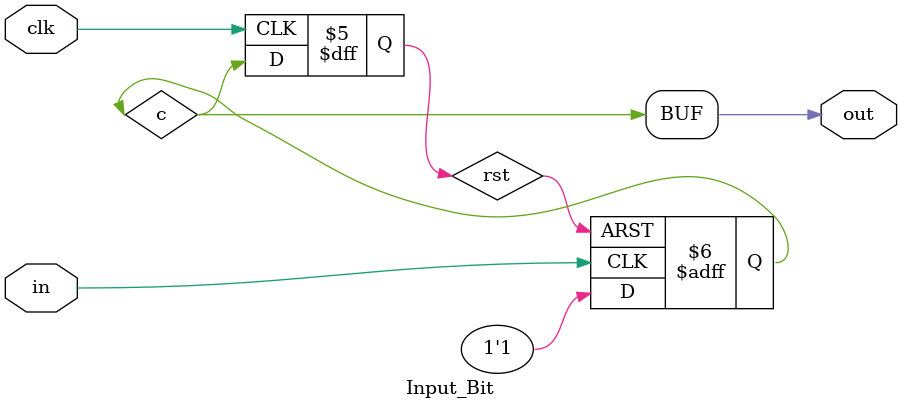
<source format=v>
module Input_Bit( 
    input in, 
    input clk, 
    output out
    );

reg c = 0;
reg rst = 0;

//Rising edge of input sets output,	falling edge of reset(diff) resets it.  Reset dominates.	
always @(posedge in or posedge rst )  //Rising edge of input sets output,
	begin
	if (rst) c <= 1'b0;
		else c <= 1'b1;
end

always @(negedge clk)  //Rising edge of input sets output,
	rst <= c;

assign out = c;// | rst;


endmodule
</source>
